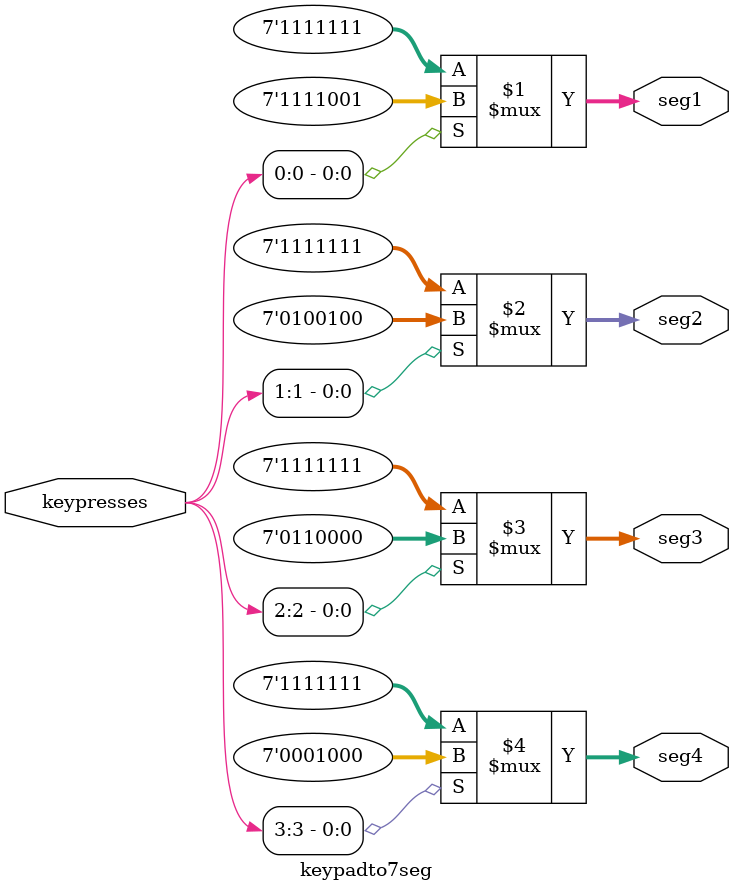
<source format=v>
module keypadto7seg (input [3:0] keypresses, output [6:0] seg1, seg2, seg3, seg4 );
	// debugging outputs to display each pressed btn on a 7seg display
	// supports multiple inputs

	assign seg1 = keypresses[0] ? 7'b111_1001 : 7'b111_1111;
	assign seg2 = keypresses[1] ? 7'b010_0100 : 7'b111_1111;
	assign seg3 = keypresses[2] ? 7'b011_0000 : 7'b111_1111;
	assign seg4 = keypresses[3] ? 7'b000_1000 : 7'b111_1111;
	
endmodule

</source>
